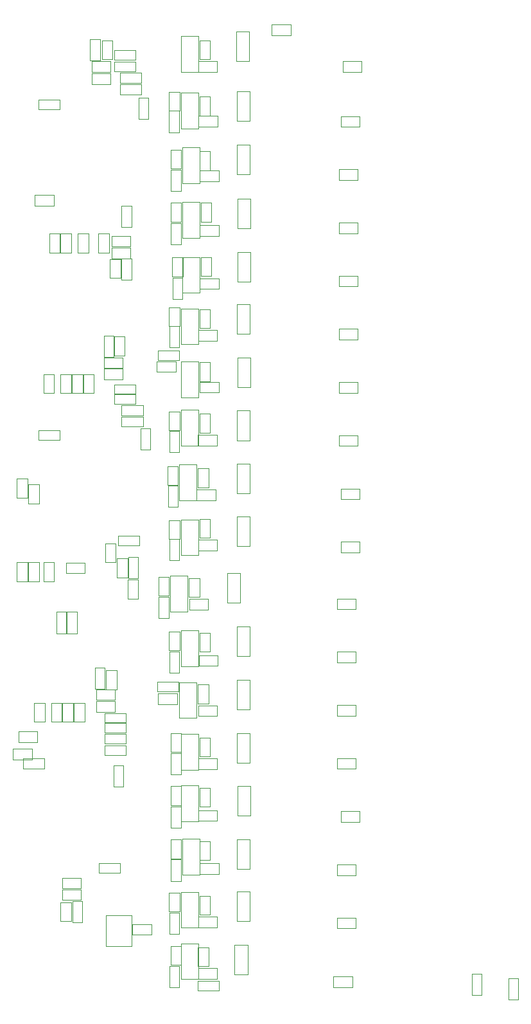
<source format=gbr>
G04 #@! TF.FileFunction,Other,User*
%FSLAX46Y46*%
G04 Gerber Fmt 4.6, Leading zero omitted, Abs format (unit mm)*
G04 Created by KiCad (PCBNEW 4.0.6) date 07/17/17 17:26:30*
%MOMM*%
%LPD*%
G01*
G04 APERTURE LIST*
%ADD10C,0.100000*%
%ADD11C,0.050000*%
G04 APERTURE END LIST*
D10*
D11*
X62250000Y-50050000D02*
X62250000Y-47550000D01*
X62250000Y-50050000D02*
X63650000Y-50050000D01*
X63650000Y-47550000D02*
X62250000Y-47550000D01*
X63650000Y-47550000D02*
X63650000Y-50050000D01*
X65000000Y-92200000D02*
X62500000Y-92200000D01*
X65000000Y-92200000D02*
X65000000Y-90800000D01*
X62500000Y-90800000D02*
X62500000Y-92200000D01*
X62500000Y-90800000D02*
X65000000Y-90800000D01*
X72700000Y-68950000D02*
X72700000Y-71450000D01*
X72700000Y-68950000D02*
X71300000Y-68950000D01*
X71300000Y-71450000D02*
X72700000Y-71450000D01*
X71300000Y-71450000D02*
X71300000Y-68950000D01*
X72700000Y-145750000D02*
X72700000Y-148250000D01*
X72700000Y-145750000D02*
X71300000Y-145750000D01*
X71300000Y-148250000D02*
X72700000Y-148250000D01*
X71300000Y-148250000D02*
X71300000Y-145750000D01*
X72500000Y-54350000D02*
X72500000Y-56850000D01*
X72500000Y-54350000D02*
X71100000Y-54350000D01*
X71100000Y-56850000D02*
X72500000Y-56850000D01*
X71100000Y-56850000D02*
X71100000Y-54350000D01*
X65400000Y-137400000D02*
X62600000Y-137400000D01*
X65400000Y-137400000D02*
X65400000Y-136100000D01*
X62600000Y-136100000D02*
X62600000Y-137400000D01*
X62600000Y-136100000D02*
X65400000Y-136100000D01*
X62600000Y-138850000D02*
X65400000Y-138850000D01*
X62600000Y-138850000D02*
X62600000Y-140150000D01*
X65400000Y-140150000D02*
X65400000Y-138850000D01*
X65400000Y-140150000D02*
X62600000Y-140150000D01*
X68400000Y-55100000D02*
X68400000Y-57900000D01*
X68400000Y-55100000D02*
X67100000Y-55100000D01*
X67100000Y-57900000D02*
X68400000Y-57900000D01*
X67100000Y-57900000D02*
X67100000Y-55100000D01*
X69550000Y-132000000D02*
X72350000Y-132000000D01*
X69550000Y-132000000D02*
X69550000Y-133300000D01*
X72350000Y-133300000D02*
X72350000Y-132000000D01*
X72350000Y-133300000D02*
X69550000Y-133300000D01*
X72450000Y-128000000D02*
X72450000Y-130800000D01*
X72450000Y-128000000D02*
X71150000Y-128000000D01*
X71150000Y-130800000D02*
X72450000Y-130800000D01*
X71150000Y-130800000D02*
X71150000Y-128000000D01*
X71050000Y-120800000D02*
X71050000Y-123600000D01*
X71050000Y-120800000D02*
X69750000Y-120800000D01*
X69750000Y-123600000D02*
X71050000Y-123600000D01*
X69750000Y-123600000D02*
X69750000Y-120800000D01*
X72450000Y-113200000D02*
X72450000Y-116000000D01*
X72450000Y-113200000D02*
X71150000Y-113200000D01*
X71150000Y-116000000D02*
X72450000Y-116000000D01*
X71150000Y-116000000D02*
X71150000Y-113200000D01*
X72250000Y-106200000D02*
X72250000Y-109000000D01*
X72250000Y-106200000D02*
X70950000Y-106200000D01*
X70950000Y-109000000D02*
X72250000Y-109000000D01*
X70950000Y-109000000D02*
X70950000Y-106200000D01*
X72450000Y-99000000D02*
X72450000Y-101800000D01*
X72450000Y-99000000D02*
X71150000Y-99000000D01*
X71150000Y-101800000D02*
X72450000Y-101800000D01*
X71150000Y-101800000D02*
X71150000Y-99000000D01*
X69600000Y-88350000D02*
X72400000Y-88350000D01*
X69600000Y-88350000D02*
X69600000Y-89650000D01*
X72400000Y-89650000D02*
X72400000Y-88350000D01*
X72400000Y-89650000D02*
X69600000Y-89650000D01*
X72450000Y-85200000D02*
X72450000Y-88000000D01*
X72450000Y-85200000D02*
X71150000Y-85200000D01*
X71150000Y-88000000D02*
X72450000Y-88000000D01*
X71150000Y-88000000D02*
X71150000Y-85200000D01*
X72850000Y-78800000D02*
X72850000Y-81600000D01*
X72850000Y-78800000D02*
X71550000Y-78800000D01*
X71550000Y-81600000D02*
X72850000Y-81600000D01*
X71550000Y-81600000D02*
X71550000Y-78800000D01*
X72650000Y-71600000D02*
X72650000Y-74400000D01*
X72650000Y-71600000D02*
X71350000Y-71600000D01*
X71350000Y-74400000D02*
X72650000Y-74400000D01*
X71350000Y-74400000D02*
X71350000Y-71600000D01*
X72650000Y-64600000D02*
X72650000Y-67400000D01*
X72650000Y-64600000D02*
X71350000Y-64600000D01*
X71350000Y-67400000D02*
X72650000Y-67400000D01*
X71350000Y-67400000D02*
X71350000Y-64600000D01*
X72400000Y-56850000D02*
X72400000Y-59650000D01*
X72400000Y-56850000D02*
X71100000Y-56850000D01*
X71100000Y-59650000D02*
X72400000Y-59650000D01*
X71100000Y-59650000D02*
X71100000Y-56850000D01*
X64650000Y-157150000D02*
X61850000Y-157150000D01*
X64650000Y-157150000D02*
X64650000Y-155850000D01*
X61850000Y-155850000D02*
X61850000Y-157150000D01*
X61850000Y-155850000D02*
X64650000Y-155850000D01*
X77650000Y-172650000D02*
X74850000Y-172650000D01*
X77650000Y-172650000D02*
X77650000Y-171350000D01*
X74850000Y-171350000D02*
X74850000Y-172650000D01*
X74850000Y-171350000D02*
X77650000Y-171350000D01*
X72450000Y-169400000D02*
X72450000Y-172200000D01*
X72450000Y-169400000D02*
X71150000Y-169400000D01*
X71150000Y-172200000D02*
X72450000Y-172200000D01*
X71150000Y-172200000D02*
X71150000Y-169400000D01*
X72450000Y-162400000D02*
X72450000Y-165200000D01*
X72450000Y-162400000D02*
X71150000Y-162400000D01*
X71150000Y-165200000D02*
X72450000Y-165200000D01*
X71150000Y-165200000D02*
X71150000Y-162400000D01*
X72650000Y-155400000D02*
X72650000Y-158200000D01*
X72650000Y-155400000D02*
X71350000Y-155400000D01*
X71350000Y-158200000D02*
X72650000Y-158200000D01*
X71350000Y-158200000D02*
X71350000Y-155400000D01*
X72650000Y-148400000D02*
X72650000Y-151200000D01*
X72650000Y-148400000D02*
X71350000Y-148400000D01*
X71350000Y-151200000D02*
X72650000Y-151200000D01*
X71350000Y-151200000D02*
X71350000Y-148400000D01*
X72650000Y-141400000D02*
X72650000Y-144200000D01*
X72650000Y-141400000D02*
X71350000Y-141400000D01*
X71350000Y-144200000D02*
X72650000Y-144200000D01*
X71350000Y-144200000D02*
X71350000Y-141400000D01*
X53300000Y-137250000D02*
X53300000Y-134750000D01*
X53300000Y-137250000D02*
X54700000Y-137250000D01*
X54700000Y-134750000D02*
X53300000Y-134750000D01*
X54700000Y-134750000D02*
X54700000Y-137250000D01*
X56950000Y-134750000D02*
X56950000Y-137250000D01*
X56950000Y-134750000D02*
X55550000Y-134750000D01*
X55550000Y-137250000D02*
X56950000Y-137250000D01*
X55550000Y-137250000D02*
X55550000Y-134750000D01*
X57050000Y-137250000D02*
X57050000Y-134750000D01*
X57050000Y-137250000D02*
X58450000Y-137250000D01*
X58450000Y-134750000D02*
X57050000Y-134750000D01*
X58450000Y-134750000D02*
X58450000Y-137250000D01*
X58550000Y-137250000D02*
X58550000Y-134750000D01*
X58550000Y-137250000D02*
X59950000Y-137250000D01*
X59950000Y-134750000D02*
X58550000Y-134750000D01*
X59950000Y-134750000D02*
X59950000Y-137250000D01*
X55950000Y-91500000D02*
X55950000Y-94000000D01*
X55950000Y-91500000D02*
X54550000Y-91500000D01*
X54550000Y-94000000D02*
X55950000Y-94000000D01*
X54550000Y-94000000D02*
X54550000Y-91500000D01*
X58200000Y-91500000D02*
X58200000Y-94000000D01*
X58200000Y-91500000D02*
X56800000Y-91500000D01*
X56800000Y-94000000D02*
X58200000Y-94000000D01*
X56800000Y-94000000D02*
X56800000Y-91500000D01*
X59700000Y-91500000D02*
X59700000Y-94000000D01*
X59700000Y-91500000D02*
X58300000Y-91500000D01*
X58300000Y-94000000D02*
X59700000Y-94000000D01*
X58300000Y-94000000D02*
X58300000Y-91500000D01*
X61200000Y-91500000D02*
X61200000Y-94000000D01*
X61200000Y-91500000D02*
X59800000Y-91500000D01*
X59800000Y-94000000D02*
X61200000Y-94000000D01*
X59800000Y-94000000D02*
X59800000Y-91500000D01*
X51050000Y-118750000D02*
X51050000Y-116250000D01*
X51050000Y-118750000D02*
X52450000Y-118750000D01*
X52450000Y-116250000D02*
X51050000Y-116250000D01*
X52450000Y-116250000D02*
X52450000Y-118750000D01*
X52550000Y-118750000D02*
X52550000Y-116250000D01*
X52550000Y-118750000D02*
X53950000Y-118750000D01*
X53950000Y-116250000D02*
X52550000Y-116250000D01*
X53950000Y-116250000D02*
X53950000Y-118750000D01*
X54550000Y-118750000D02*
X54550000Y-116250000D01*
X54550000Y-118750000D02*
X55950000Y-118750000D01*
X55950000Y-116250000D02*
X54550000Y-116250000D01*
X55950000Y-116250000D02*
X55950000Y-118750000D01*
X57500000Y-116300000D02*
X60000000Y-116300000D01*
X57500000Y-116300000D02*
X57500000Y-117700000D01*
X60000000Y-117700000D02*
X60000000Y-116300000D01*
X60000000Y-117700000D02*
X57500000Y-117700000D01*
X55300000Y-75500000D02*
X55300000Y-73000000D01*
X55300000Y-75500000D02*
X56700000Y-75500000D01*
X56700000Y-73000000D02*
X55300000Y-73000000D01*
X56700000Y-73000000D02*
X56700000Y-75500000D01*
X56800000Y-75500000D02*
X56800000Y-73000000D01*
X56800000Y-75500000D02*
X58200000Y-75500000D01*
X58200000Y-73000000D02*
X56800000Y-73000000D01*
X58200000Y-73000000D02*
X58200000Y-75500000D01*
X59050000Y-75500000D02*
X59050000Y-73000000D01*
X59050000Y-75500000D02*
X60450000Y-75500000D01*
X60450000Y-73000000D02*
X59050000Y-73000000D01*
X60450000Y-73000000D02*
X60450000Y-75500000D01*
X61800000Y-75500000D02*
X61800000Y-73000000D01*
X61800000Y-75500000D02*
X63200000Y-75500000D01*
X63200000Y-73000000D02*
X61800000Y-73000000D01*
X63200000Y-73000000D02*
X63200000Y-75500000D01*
X75100000Y-128050000D02*
X75100000Y-125550000D01*
X75100000Y-128050000D02*
X76500000Y-128050000D01*
X76500000Y-125550000D02*
X75100000Y-125550000D01*
X76500000Y-125550000D02*
X76500000Y-128050000D01*
X73700000Y-120850000D02*
X73700000Y-118350000D01*
X73700000Y-120850000D02*
X75100000Y-120850000D01*
X75100000Y-118350000D02*
X73700000Y-118350000D01*
X75100000Y-118350000D02*
X75100000Y-120850000D01*
X75100000Y-113050000D02*
X75100000Y-110550000D01*
X75100000Y-113050000D02*
X76500000Y-113050000D01*
X76500000Y-110550000D02*
X75100000Y-110550000D01*
X76500000Y-110550000D02*
X76500000Y-113050000D01*
X77450000Y-171100000D02*
X74950000Y-171100000D01*
X77450000Y-171100000D02*
X77450000Y-169700000D01*
X74950000Y-169700000D02*
X74950000Y-171100000D01*
X74950000Y-169700000D02*
X77450000Y-169700000D01*
X77450000Y-164300000D02*
X74950000Y-164300000D01*
X77450000Y-164300000D02*
X77450000Y-162900000D01*
X74950000Y-162900000D02*
X74950000Y-164300000D01*
X74950000Y-162900000D02*
X77450000Y-162900000D01*
X77650000Y-157300000D02*
X75150000Y-157300000D01*
X77650000Y-157300000D02*
X77650000Y-155900000D01*
X75150000Y-155900000D02*
X75150000Y-157300000D01*
X75150000Y-155900000D02*
X77650000Y-155900000D01*
X77450000Y-150300000D02*
X74950000Y-150300000D01*
X77450000Y-150300000D02*
X77450000Y-148900000D01*
X74950000Y-148900000D02*
X74950000Y-150300000D01*
X74950000Y-148900000D02*
X77450000Y-148900000D01*
X77450000Y-143500000D02*
X74950000Y-143500000D01*
X77450000Y-143500000D02*
X77450000Y-142100000D01*
X74950000Y-142100000D02*
X74950000Y-143500000D01*
X74950000Y-142100000D02*
X77450000Y-142100000D01*
X77450000Y-136500000D02*
X74950000Y-136500000D01*
X77450000Y-136500000D02*
X77450000Y-135100000D01*
X74950000Y-135100000D02*
X74950000Y-136500000D01*
X74950000Y-135100000D02*
X77450000Y-135100000D01*
X95250000Y-172200000D02*
X92750000Y-172200000D01*
X95250000Y-172200000D02*
X95250000Y-170800000D01*
X92750000Y-170800000D02*
X92750000Y-172200000D01*
X92750000Y-170800000D02*
X95250000Y-170800000D01*
X72700000Y-166750000D02*
X72700000Y-169250000D01*
X72700000Y-166750000D02*
X71300000Y-166750000D01*
X71300000Y-169250000D02*
X72700000Y-169250000D01*
X71300000Y-169250000D02*
X71300000Y-166750000D01*
X72500000Y-159750000D02*
X72500000Y-162250000D01*
X72500000Y-159750000D02*
X71100000Y-159750000D01*
X71100000Y-162250000D02*
X72500000Y-162250000D01*
X71100000Y-162250000D02*
X71100000Y-159750000D01*
X72700000Y-152750000D02*
X72700000Y-155250000D01*
X72700000Y-152750000D02*
X71300000Y-152750000D01*
X71300000Y-155250000D02*
X72700000Y-155250000D01*
X71300000Y-155250000D02*
X71300000Y-152750000D01*
X72700000Y-138750000D02*
X72700000Y-141250000D01*
X72700000Y-138750000D02*
X71300000Y-138750000D01*
X71300000Y-141250000D02*
X72700000Y-141250000D01*
X71300000Y-141250000D02*
X71300000Y-138750000D01*
X74900000Y-106400000D02*
X74900000Y-103900000D01*
X74900000Y-106400000D02*
X76300000Y-106400000D01*
X76300000Y-103900000D02*
X74900000Y-103900000D01*
X76300000Y-103900000D02*
X76300000Y-106400000D01*
X95750000Y-164450000D02*
X93250000Y-164450000D01*
X95750000Y-164450000D02*
X95750000Y-163050000D01*
X93250000Y-163050000D02*
X93250000Y-164450000D01*
X93250000Y-163050000D02*
X95750000Y-163050000D01*
X95750000Y-157450000D02*
X93250000Y-157450000D01*
X95750000Y-157450000D02*
X95750000Y-156050000D01*
X93250000Y-156050000D02*
X93250000Y-157450000D01*
X93250000Y-156050000D02*
X95750000Y-156050000D01*
X96250000Y-150450000D02*
X93750000Y-150450000D01*
X96250000Y-150450000D02*
X96250000Y-149050000D01*
X93750000Y-149050000D02*
X93750000Y-150450000D01*
X93750000Y-149050000D02*
X96250000Y-149050000D01*
X95750000Y-143450000D02*
X93250000Y-143450000D01*
X95750000Y-143450000D02*
X95750000Y-142050000D01*
X93250000Y-142050000D02*
X93250000Y-143450000D01*
X93250000Y-142050000D02*
X95750000Y-142050000D01*
X95750000Y-136450000D02*
X93250000Y-136450000D01*
X95750000Y-136450000D02*
X95750000Y-135050000D01*
X93250000Y-135050000D02*
X93250000Y-136450000D01*
X93250000Y-135050000D02*
X95750000Y-135050000D01*
X95750000Y-129450000D02*
X93250000Y-129450000D01*
X95750000Y-129450000D02*
X95750000Y-128050000D01*
X93250000Y-128050000D02*
X93250000Y-129450000D01*
X93250000Y-128050000D02*
X95750000Y-128050000D01*
X77550000Y-129900000D02*
X75050000Y-129900000D01*
X77550000Y-129900000D02*
X77550000Y-128500000D01*
X75050000Y-128500000D02*
X75050000Y-129900000D01*
X75050000Y-128500000D02*
X77550000Y-128500000D01*
X76250000Y-122500000D02*
X73750000Y-122500000D01*
X76250000Y-122500000D02*
X76250000Y-121100000D01*
X73750000Y-121100000D02*
X73750000Y-122500000D01*
X73750000Y-121100000D02*
X76250000Y-121100000D01*
X77450000Y-114700000D02*
X74950000Y-114700000D01*
X77450000Y-114700000D02*
X77450000Y-113300000D01*
X74950000Y-113300000D02*
X74950000Y-114700000D01*
X74950000Y-113300000D02*
X77450000Y-113300000D01*
X77250000Y-108100000D02*
X74750000Y-108100000D01*
X77250000Y-108100000D02*
X77250000Y-106700000D01*
X74750000Y-106700000D02*
X74750000Y-108100000D01*
X74750000Y-106700000D02*
X77250000Y-106700000D01*
X77400000Y-100900000D02*
X74900000Y-100900000D01*
X77400000Y-100900000D02*
X77400000Y-99500000D01*
X74900000Y-99500000D02*
X74900000Y-100900000D01*
X74900000Y-99500000D02*
X77400000Y-99500000D01*
X77650000Y-93900000D02*
X75150000Y-93900000D01*
X77650000Y-93900000D02*
X77650000Y-92500000D01*
X75150000Y-92500000D02*
X75150000Y-93900000D01*
X75150000Y-92500000D02*
X77650000Y-92500000D01*
X72150000Y-134950000D02*
X69650000Y-134950000D01*
X72150000Y-134950000D02*
X72150000Y-133550000D01*
X69650000Y-133550000D02*
X69650000Y-134950000D01*
X69650000Y-133550000D02*
X72150000Y-133550000D01*
X72500000Y-125350000D02*
X72500000Y-127850000D01*
X72500000Y-125350000D02*
X71100000Y-125350000D01*
X71100000Y-127850000D02*
X72500000Y-127850000D01*
X71100000Y-127850000D02*
X71100000Y-125350000D01*
X71100000Y-118150000D02*
X71100000Y-120650000D01*
X71100000Y-118150000D02*
X69700000Y-118150000D01*
X69700000Y-120650000D02*
X71100000Y-120650000D01*
X69700000Y-120650000D02*
X69700000Y-118150000D01*
X72500000Y-110700000D02*
X72500000Y-113200000D01*
X72500000Y-110700000D02*
X71100000Y-110700000D01*
X71100000Y-113200000D02*
X72500000Y-113200000D01*
X71100000Y-113200000D02*
X71100000Y-110700000D01*
X72300000Y-103600000D02*
X72300000Y-106100000D01*
X72300000Y-103600000D02*
X70900000Y-103600000D01*
X70900000Y-106100000D02*
X72300000Y-106100000D01*
X70900000Y-106100000D02*
X70900000Y-103600000D01*
X72500000Y-96400000D02*
X72500000Y-98900000D01*
X72500000Y-96400000D02*
X71100000Y-96400000D01*
X71100000Y-98900000D02*
X72500000Y-98900000D01*
X71100000Y-98900000D02*
X71100000Y-96400000D01*
X75100000Y-99200000D02*
X75100000Y-96700000D01*
X75100000Y-99200000D02*
X76500000Y-99200000D01*
X76500000Y-96700000D02*
X75100000Y-96700000D01*
X76500000Y-96700000D02*
X76500000Y-99200000D01*
X95750000Y-122450000D02*
X93250000Y-122450000D01*
X95750000Y-122450000D02*
X95750000Y-121050000D01*
X93250000Y-121050000D02*
X93250000Y-122450000D01*
X93250000Y-121050000D02*
X95750000Y-121050000D01*
X96250000Y-114950000D02*
X93750000Y-114950000D01*
X96250000Y-114950000D02*
X96250000Y-113550000D01*
X93750000Y-113550000D02*
X93750000Y-114950000D01*
X93750000Y-113550000D02*
X96250000Y-113550000D01*
X96250000Y-107950000D02*
X93750000Y-107950000D01*
X96250000Y-107950000D02*
X96250000Y-106550000D01*
X93750000Y-106550000D02*
X93750000Y-107950000D01*
X93750000Y-106550000D02*
X96250000Y-106550000D01*
X96000000Y-100950000D02*
X93500000Y-100950000D01*
X96000000Y-100950000D02*
X96000000Y-99550000D01*
X93500000Y-99550000D02*
X93500000Y-100950000D01*
X93500000Y-99550000D02*
X96000000Y-99550000D01*
X96000000Y-93950000D02*
X93500000Y-93950000D01*
X96000000Y-93950000D02*
X96000000Y-92550000D01*
X93500000Y-92550000D02*
X93500000Y-93950000D01*
X93500000Y-92550000D02*
X96000000Y-92550000D01*
X96000000Y-86950000D02*
X93500000Y-86950000D01*
X96000000Y-86950000D02*
X96000000Y-85550000D01*
X93500000Y-85550000D02*
X93500000Y-86950000D01*
X93500000Y-85550000D02*
X96000000Y-85550000D01*
X77450000Y-87100000D02*
X74950000Y-87100000D01*
X77450000Y-87100000D02*
X77450000Y-85700000D01*
X74950000Y-85700000D02*
X74950000Y-87100000D01*
X74950000Y-85700000D02*
X77450000Y-85700000D01*
X77650000Y-80300000D02*
X75150000Y-80300000D01*
X77650000Y-80300000D02*
X77650000Y-78900000D01*
X75150000Y-78900000D02*
X75150000Y-80300000D01*
X75150000Y-78900000D02*
X77650000Y-78900000D01*
X77650000Y-73300000D02*
X75150000Y-73300000D01*
X77650000Y-73300000D02*
X77650000Y-71900000D01*
X75150000Y-71900000D02*
X75150000Y-73300000D01*
X75150000Y-71900000D02*
X77650000Y-71900000D01*
X77650000Y-66100000D02*
X75150000Y-66100000D01*
X77650000Y-66100000D02*
X77650000Y-64700000D01*
X75150000Y-64700000D02*
X75150000Y-66100000D01*
X75150000Y-64700000D02*
X77650000Y-64700000D01*
X77500000Y-58900000D02*
X75000000Y-58900000D01*
X77500000Y-58900000D02*
X77500000Y-57500000D01*
X75000000Y-57500000D02*
X75000000Y-58900000D01*
X75000000Y-57500000D02*
X77500000Y-57500000D01*
X77450000Y-51700000D02*
X74950000Y-51700000D01*
X77450000Y-51700000D02*
X77450000Y-50300000D01*
X74950000Y-50300000D02*
X74950000Y-51700000D01*
X74950000Y-50300000D02*
X77450000Y-50300000D01*
X72000000Y-91200000D02*
X69500000Y-91200000D01*
X72000000Y-91200000D02*
X72000000Y-89800000D01*
X69500000Y-89800000D02*
X69500000Y-91200000D01*
X69500000Y-89800000D02*
X72000000Y-89800000D01*
X72500000Y-82700000D02*
X72500000Y-85200000D01*
X72500000Y-82700000D02*
X71100000Y-82700000D01*
X71100000Y-85200000D02*
X72500000Y-85200000D01*
X71100000Y-85200000D02*
X71100000Y-82700000D01*
X72900000Y-76150000D02*
X72900000Y-78650000D01*
X72900000Y-76150000D02*
X71500000Y-76150000D01*
X71500000Y-78650000D02*
X72900000Y-78650000D01*
X71500000Y-78650000D02*
X71500000Y-76150000D01*
X72700000Y-61950000D02*
X72700000Y-64450000D01*
X72700000Y-61950000D02*
X71300000Y-61950000D01*
X71300000Y-64450000D02*
X72700000Y-64450000D01*
X71300000Y-64450000D02*
X71300000Y-61950000D01*
X75100000Y-92450000D02*
X75100000Y-89950000D01*
X75100000Y-92450000D02*
X76500000Y-92450000D01*
X76500000Y-89950000D02*
X75100000Y-89950000D01*
X76500000Y-89950000D02*
X76500000Y-92450000D01*
X96000000Y-79950000D02*
X93500000Y-79950000D01*
X96000000Y-79950000D02*
X96000000Y-78550000D01*
X93500000Y-78550000D02*
X93500000Y-79950000D01*
X93500000Y-78550000D02*
X96000000Y-78550000D01*
X96000000Y-72950000D02*
X93500000Y-72950000D01*
X96000000Y-72950000D02*
X96000000Y-71550000D01*
X93500000Y-71550000D02*
X93500000Y-72950000D01*
X93500000Y-71550000D02*
X96000000Y-71550000D01*
X96000000Y-65950000D02*
X93500000Y-65950000D01*
X96000000Y-65950000D02*
X96000000Y-64550000D01*
X93500000Y-64550000D02*
X93500000Y-65950000D01*
X93500000Y-64550000D02*
X96000000Y-64550000D01*
X96250000Y-58950000D02*
X93750000Y-58950000D01*
X96250000Y-58950000D02*
X96250000Y-57550000D01*
X93750000Y-57550000D02*
X93750000Y-58950000D01*
X93750000Y-57550000D02*
X96250000Y-57550000D01*
X96500000Y-51700000D02*
X94000000Y-51700000D01*
X96500000Y-51700000D02*
X96500000Y-50300000D01*
X94000000Y-50300000D02*
X94000000Y-51700000D01*
X94000000Y-50300000D02*
X96500000Y-50300000D01*
X87150000Y-46900000D02*
X84650000Y-46900000D01*
X87150000Y-46900000D02*
X87150000Y-45500000D01*
X84650000Y-45500000D02*
X84650000Y-46900000D01*
X84650000Y-45500000D02*
X87150000Y-45500000D01*
X74900000Y-169450000D02*
X74900000Y-166950000D01*
X74900000Y-169450000D02*
X76300000Y-169450000D01*
X76300000Y-166950000D02*
X74900000Y-166950000D01*
X76300000Y-166950000D02*
X76300000Y-169450000D01*
X66650000Y-95400000D02*
X63850000Y-95400000D01*
X66650000Y-95400000D02*
X66650000Y-94100000D01*
X63850000Y-94100000D02*
X63850000Y-95400000D01*
X63850000Y-94100000D02*
X66650000Y-94100000D01*
X66650000Y-94150000D02*
X63850000Y-94150000D01*
X66650000Y-94150000D02*
X66650000Y-92850000D01*
X63850000Y-92850000D02*
X63850000Y-94150000D01*
X63850000Y-92850000D02*
X66650000Y-92850000D01*
X75100000Y-162650000D02*
X75100000Y-160150000D01*
X75100000Y-162650000D02*
X76500000Y-162650000D01*
X76500000Y-160150000D02*
X75100000Y-160150000D01*
X76500000Y-160150000D02*
X76500000Y-162650000D01*
X75100000Y-155450000D02*
X75100000Y-152950000D01*
X75100000Y-155450000D02*
X76500000Y-155450000D01*
X76500000Y-152950000D02*
X75100000Y-152950000D01*
X76500000Y-152950000D02*
X76500000Y-155450000D01*
X75100000Y-148450000D02*
X75100000Y-145950000D01*
X75100000Y-148450000D02*
X76500000Y-148450000D01*
X76500000Y-145950000D02*
X75100000Y-145950000D01*
X76500000Y-145950000D02*
X76500000Y-148450000D01*
X75100000Y-141850000D02*
X75100000Y-139350000D01*
X75100000Y-141850000D02*
X76500000Y-141850000D01*
X76500000Y-139350000D02*
X75100000Y-139350000D01*
X76500000Y-139350000D02*
X76500000Y-141850000D01*
X74900000Y-134850000D02*
X74900000Y-132350000D01*
X74900000Y-134850000D02*
X76300000Y-134850000D01*
X76300000Y-132350000D02*
X74900000Y-132350000D01*
X76300000Y-132350000D02*
X76300000Y-134850000D01*
X75100000Y-85450000D02*
X75100000Y-82950000D01*
X75100000Y-85450000D02*
X76500000Y-85450000D01*
X76500000Y-82950000D02*
X75100000Y-82950000D01*
X76500000Y-82950000D02*
X76500000Y-85450000D01*
X75300000Y-78600000D02*
X75300000Y-76100000D01*
X75300000Y-78600000D02*
X76700000Y-78600000D01*
X76700000Y-76100000D02*
X75300000Y-76100000D01*
X76700000Y-76100000D02*
X76700000Y-78600000D01*
X75300000Y-71450000D02*
X75300000Y-68950000D01*
X75300000Y-71450000D02*
X76700000Y-71450000D01*
X76700000Y-68950000D02*
X75300000Y-68950000D01*
X76700000Y-68950000D02*
X76700000Y-71450000D01*
X75100000Y-64650000D02*
X75100000Y-62150000D01*
X75100000Y-64650000D02*
X76500000Y-64650000D01*
X76500000Y-62150000D02*
X75100000Y-62150000D01*
X76500000Y-62150000D02*
X76500000Y-64650000D01*
X75100000Y-57450000D02*
X75100000Y-54950000D01*
X75100000Y-57450000D02*
X76500000Y-57450000D01*
X76500000Y-54950000D02*
X75100000Y-54950000D01*
X76500000Y-54950000D02*
X76500000Y-57450000D01*
X75100000Y-50050000D02*
X75100000Y-47550000D01*
X75100000Y-50050000D02*
X76500000Y-50050000D01*
X76500000Y-47550000D02*
X75100000Y-47550000D01*
X76500000Y-47550000D02*
X76500000Y-50050000D01*
X62600000Y-140350000D02*
X65400000Y-140350000D01*
X62600000Y-140350000D02*
X62600000Y-141650000D01*
X65400000Y-141650000D02*
X65400000Y-140350000D01*
X65400000Y-141650000D02*
X62600000Y-141650000D01*
X65400000Y-138650000D02*
X62600000Y-138650000D01*
X65400000Y-138650000D02*
X65400000Y-137350000D01*
X62600000Y-137350000D02*
X62600000Y-138650000D01*
X62600000Y-137350000D02*
X65400000Y-137350000D01*
X64850000Y-97100000D02*
X67650000Y-97100000D01*
X64850000Y-97100000D02*
X64850000Y-98400000D01*
X67650000Y-98400000D02*
X67650000Y-97100000D01*
X67650000Y-98400000D02*
X64850000Y-98400000D01*
X64850000Y-95600000D02*
X67650000Y-95600000D01*
X64850000Y-95600000D02*
X64850000Y-96900000D01*
X67650000Y-96900000D02*
X67650000Y-95600000D01*
X67650000Y-96900000D02*
X64850000Y-96900000D01*
X67400000Y-54650000D02*
X64600000Y-54650000D01*
X67400000Y-54650000D02*
X67400000Y-53350000D01*
X64600000Y-53350000D02*
X64600000Y-54650000D01*
X64600000Y-53350000D02*
X67400000Y-53350000D01*
X63850000Y-50350000D02*
X66650000Y-50350000D01*
X63850000Y-50350000D02*
X63850000Y-51650000D01*
X66650000Y-51650000D02*
X66650000Y-50350000D01*
X66650000Y-51650000D02*
X63850000Y-51650000D01*
X67400000Y-53150000D02*
X64600000Y-53150000D01*
X67400000Y-53150000D02*
X67400000Y-51850000D01*
X64600000Y-51850000D02*
X64600000Y-53150000D01*
X64600000Y-51850000D02*
X67400000Y-51850000D01*
X63850000Y-48850000D02*
X66650000Y-48850000D01*
X63850000Y-48850000D02*
X63850000Y-50150000D01*
X66650000Y-50150000D02*
X66650000Y-48850000D01*
X66650000Y-50150000D02*
X63850000Y-50150000D01*
X53850000Y-55350000D02*
X56650000Y-55350000D01*
X53850000Y-55350000D02*
X53850000Y-56650000D01*
X56650000Y-56650000D02*
X56650000Y-55350000D01*
X56650000Y-56650000D02*
X53850000Y-56650000D01*
X66150000Y-69350000D02*
X66150000Y-72150000D01*
X66150000Y-69350000D02*
X64850000Y-69350000D01*
X64850000Y-72150000D02*
X66150000Y-72150000D01*
X64850000Y-72150000D02*
X64850000Y-69350000D01*
X50500000Y-140800000D02*
X53000000Y-140800000D01*
X50500000Y-140800000D02*
X50500000Y-142200000D01*
X53000000Y-142200000D02*
X53000000Y-140800000D01*
X53000000Y-142200000D02*
X50500000Y-142200000D01*
X52550000Y-108500000D02*
X52550000Y-106000000D01*
X52550000Y-108500000D02*
X53950000Y-108500000D01*
X53950000Y-106000000D02*
X52550000Y-106000000D01*
X53950000Y-106000000D02*
X53950000Y-108500000D01*
X53400000Y-67900000D02*
X55900000Y-67900000D01*
X53400000Y-67900000D02*
X53400000Y-69300000D01*
X55900000Y-69300000D02*
X55900000Y-67900000D01*
X55900000Y-69300000D02*
X53400000Y-69300000D01*
X63800000Y-145800000D02*
X63800000Y-143000000D01*
X63800000Y-145800000D02*
X65100000Y-145800000D01*
X65100000Y-143000000D02*
X63800000Y-143000000D01*
X65100000Y-143000000D02*
X65100000Y-145800000D01*
X67350000Y-101400000D02*
X67350000Y-98600000D01*
X67350000Y-101400000D02*
X68650000Y-101400000D01*
X68650000Y-98600000D02*
X67350000Y-98600000D01*
X68650000Y-98600000D02*
X68650000Y-101400000D01*
X67150000Y-114050000D02*
X64350000Y-114050000D01*
X67150000Y-114050000D02*
X67150000Y-112750000D01*
X64350000Y-112750000D02*
X64350000Y-114050000D01*
X64350000Y-112750000D02*
X67150000Y-112750000D01*
X54650000Y-143400000D02*
X51850000Y-143400000D01*
X54650000Y-143400000D02*
X54650000Y-142100000D01*
X51850000Y-142100000D02*
X51850000Y-143400000D01*
X51850000Y-142100000D02*
X54650000Y-142100000D01*
X56650000Y-100150000D02*
X53850000Y-100150000D01*
X56650000Y-100150000D02*
X56650000Y-98850000D01*
X53850000Y-98850000D02*
X53850000Y-100150000D01*
X53850000Y-98850000D02*
X56650000Y-98850000D01*
X51250000Y-138550000D02*
X53750000Y-138550000D01*
X51250000Y-138550000D02*
X51250000Y-139950000D01*
X53750000Y-139950000D02*
X53750000Y-138550000D01*
X53750000Y-139950000D02*
X51250000Y-139950000D01*
X51050000Y-107750000D02*
X51050000Y-105250000D01*
X51050000Y-107750000D02*
X52450000Y-107750000D01*
X52450000Y-105250000D02*
X51050000Y-105250000D01*
X52450000Y-105250000D02*
X52450000Y-107750000D01*
X61300000Y-132900000D02*
X61300000Y-130100000D01*
X61300000Y-132900000D02*
X62600000Y-132900000D01*
X62600000Y-130100000D02*
X61300000Y-130100000D01*
X62600000Y-130100000D02*
X62600000Y-132900000D01*
X58350000Y-163650000D02*
X58350000Y-160850000D01*
X58350000Y-163650000D02*
X59650000Y-163650000D01*
X59650000Y-160850000D02*
X58350000Y-160850000D01*
X59650000Y-160850000D02*
X59650000Y-163650000D01*
X62500000Y-89200000D02*
X62500000Y-86400000D01*
X62500000Y-89200000D02*
X63800000Y-89200000D01*
X63800000Y-86400000D02*
X62500000Y-86400000D01*
X63800000Y-86400000D02*
X63800000Y-89200000D01*
X65700000Y-118400000D02*
X65700000Y-115600000D01*
X65700000Y-118400000D02*
X67000000Y-118400000D01*
X67000000Y-115600000D02*
X65700000Y-115600000D01*
X67000000Y-115600000D02*
X67000000Y-118400000D01*
X62000000Y-47400000D02*
X62000000Y-50200000D01*
X62000000Y-47400000D02*
X60700000Y-47400000D01*
X60700000Y-50200000D02*
X62000000Y-50200000D01*
X60700000Y-50200000D02*
X60700000Y-47400000D01*
X66150000Y-76300000D02*
X66150000Y-79100000D01*
X66150000Y-76300000D02*
X64850000Y-76300000D01*
X64850000Y-79100000D02*
X66150000Y-79100000D01*
X64850000Y-79100000D02*
X64850000Y-76300000D01*
X61500000Y-133000000D02*
X64000000Y-133000000D01*
X61500000Y-133000000D02*
X61500000Y-134400000D01*
X64000000Y-134400000D02*
X64000000Y-133000000D01*
X64000000Y-134400000D02*
X61500000Y-134400000D01*
X64000000Y-135950000D02*
X61500000Y-135950000D01*
X64000000Y-135950000D02*
X64000000Y-134550000D01*
X61500000Y-134550000D02*
X61500000Y-135950000D01*
X61500000Y-134550000D02*
X64000000Y-134550000D01*
X59500000Y-160700000D02*
X57000000Y-160700000D01*
X59500000Y-160700000D02*
X59500000Y-159300000D01*
X57000000Y-159300000D02*
X57000000Y-160700000D01*
X57000000Y-159300000D02*
X59500000Y-159300000D01*
X57000000Y-157800000D02*
X59500000Y-157800000D01*
X57000000Y-157800000D02*
X57000000Y-159200000D01*
X59500000Y-159200000D02*
X59500000Y-157800000D01*
X59500000Y-159200000D02*
X57000000Y-159200000D01*
X62500000Y-89300000D02*
X65000000Y-89300000D01*
X62500000Y-89300000D02*
X62500000Y-90700000D01*
X65000000Y-90700000D02*
X65000000Y-89300000D01*
X65000000Y-90700000D02*
X62500000Y-90700000D01*
X65650000Y-115750000D02*
X65650000Y-118250000D01*
X65650000Y-115750000D02*
X64250000Y-115750000D01*
X64250000Y-118250000D02*
X65650000Y-118250000D01*
X64250000Y-118250000D02*
X64250000Y-115750000D01*
X62650000Y-116250000D02*
X62650000Y-113750000D01*
X62650000Y-116250000D02*
X64050000Y-116250000D01*
X64050000Y-113750000D02*
X62650000Y-113750000D01*
X64050000Y-113750000D02*
X64050000Y-116250000D01*
X60900000Y-50300000D02*
X63400000Y-50300000D01*
X60900000Y-50300000D02*
X60900000Y-51700000D01*
X63400000Y-51700000D02*
X63400000Y-50300000D01*
X63400000Y-51700000D02*
X60900000Y-51700000D01*
X63400000Y-53300000D02*
X60900000Y-53300000D01*
X63400000Y-53300000D02*
X63400000Y-51900000D01*
X60900000Y-51900000D02*
X60900000Y-53300000D01*
X60900000Y-51900000D02*
X63400000Y-51900000D01*
X66000000Y-76250000D02*
X63500000Y-76250000D01*
X66000000Y-76250000D02*
X66000000Y-74850000D01*
X63500000Y-74850000D02*
X63500000Y-76250000D01*
X63500000Y-74850000D02*
X66000000Y-74850000D01*
X63500000Y-73300000D02*
X66000000Y-73300000D01*
X63500000Y-73300000D02*
X63500000Y-74700000D01*
X66000000Y-74700000D02*
X66000000Y-73300000D01*
X66000000Y-74700000D02*
X63500000Y-74700000D01*
X62800000Y-133000000D02*
X62800000Y-130500000D01*
X62800000Y-133000000D02*
X64200000Y-133000000D01*
X64200000Y-130500000D02*
X62800000Y-130500000D01*
X64200000Y-130500000D02*
X64200000Y-133000000D01*
X56800000Y-163500000D02*
X56800000Y-161000000D01*
X56800000Y-163500000D02*
X58200000Y-163500000D01*
X58200000Y-161000000D02*
X56800000Y-161000000D01*
X58200000Y-161000000D02*
X58200000Y-163500000D01*
X63850000Y-89050000D02*
X63850000Y-86550000D01*
X63850000Y-89050000D02*
X65250000Y-89050000D01*
X65250000Y-86550000D02*
X63850000Y-86550000D01*
X65250000Y-86550000D02*
X65250000Y-89050000D01*
X67050000Y-118550000D02*
X67050000Y-121050000D01*
X67050000Y-118550000D02*
X65650000Y-118550000D01*
X65650000Y-121050000D02*
X67050000Y-121050000D01*
X65650000Y-121050000D02*
X65650000Y-118550000D01*
X63300000Y-78850000D02*
X63300000Y-76350000D01*
X63300000Y-78850000D02*
X64700000Y-78850000D01*
X64700000Y-76350000D02*
X63300000Y-76350000D01*
X64700000Y-76350000D02*
X64700000Y-78850000D01*
X111000000Y-173200000D02*
X111000000Y-170400000D01*
X111000000Y-173200000D02*
X112300000Y-173200000D01*
X112300000Y-170400000D02*
X111000000Y-170400000D01*
X112300000Y-170400000D02*
X112300000Y-173200000D01*
X115850000Y-173800000D02*
X115850000Y-171000000D01*
X115850000Y-173800000D02*
X117150000Y-173800000D01*
X117150000Y-171000000D02*
X115850000Y-171000000D01*
X117150000Y-171000000D02*
X117150000Y-173800000D01*
X66250000Y-163900000D02*
X68750000Y-163900000D01*
X66250000Y-163900000D02*
X66250000Y-165300000D01*
X68750000Y-165300000D02*
X68750000Y-163900000D01*
X68750000Y-165300000D02*
X66250000Y-165300000D01*
X58950000Y-122800000D02*
X58950000Y-125600000D01*
X58950000Y-122800000D02*
X57650000Y-122800000D01*
X57650000Y-125600000D02*
X58950000Y-125600000D01*
X57650000Y-125600000D02*
X57650000Y-122800000D01*
X57550000Y-122800000D02*
X57550000Y-125600000D01*
X57550000Y-122800000D02*
X56250000Y-122800000D01*
X56250000Y-125600000D02*
X57550000Y-125600000D01*
X56250000Y-125600000D02*
X56250000Y-122800000D01*
X79750000Y-166650000D02*
X81450000Y-166650000D01*
X81450000Y-166650000D02*
X81450000Y-170550000D01*
X81450000Y-170550000D02*
X79750000Y-170550000D01*
X79750000Y-170550000D02*
X79750000Y-166650000D01*
X80050000Y-159600000D02*
X81750000Y-159600000D01*
X81750000Y-159600000D02*
X81750000Y-163500000D01*
X81750000Y-163500000D02*
X80050000Y-163500000D01*
X80050000Y-163500000D02*
X80050000Y-159600000D01*
X80050000Y-152700000D02*
X81750000Y-152700000D01*
X81750000Y-152700000D02*
X81750000Y-156600000D01*
X81750000Y-156600000D02*
X80050000Y-156600000D01*
X80050000Y-156600000D02*
X80050000Y-152700000D01*
X80150000Y-145700000D02*
X81850000Y-145700000D01*
X81850000Y-145700000D02*
X81850000Y-149600000D01*
X81850000Y-149600000D02*
X80150000Y-149600000D01*
X80150000Y-149600000D02*
X80150000Y-145700000D01*
X80050000Y-138800000D02*
X81750000Y-138800000D01*
X81750000Y-138800000D02*
X81750000Y-142700000D01*
X81750000Y-142700000D02*
X80050000Y-142700000D01*
X80050000Y-142700000D02*
X80050000Y-138800000D01*
X80050000Y-131700000D02*
X81750000Y-131700000D01*
X81750000Y-131700000D02*
X81750000Y-135600000D01*
X81750000Y-135600000D02*
X80050000Y-135600000D01*
X80050000Y-135600000D02*
X80050000Y-131700000D01*
X80050000Y-124700000D02*
X81750000Y-124700000D01*
X81750000Y-124700000D02*
X81750000Y-128600000D01*
X81750000Y-128600000D02*
X80050000Y-128600000D01*
X80050000Y-128600000D02*
X80050000Y-124700000D01*
X78750000Y-117650000D02*
X80450000Y-117650000D01*
X80450000Y-117650000D02*
X80450000Y-121550000D01*
X80450000Y-121550000D02*
X78750000Y-121550000D01*
X78750000Y-121550000D02*
X78750000Y-117650000D01*
X80050000Y-110200000D02*
X81750000Y-110200000D01*
X81750000Y-110200000D02*
X81750000Y-114100000D01*
X81750000Y-114100000D02*
X80050000Y-114100000D01*
X80050000Y-114100000D02*
X80050000Y-110200000D01*
X80050000Y-103300000D02*
X81750000Y-103300000D01*
X81750000Y-103300000D02*
X81750000Y-107200000D01*
X81750000Y-107200000D02*
X80050000Y-107200000D01*
X80050000Y-107200000D02*
X80050000Y-103300000D01*
X80050000Y-96300000D02*
X81750000Y-96300000D01*
X81750000Y-96300000D02*
X81750000Y-100200000D01*
X81750000Y-100200000D02*
X80050000Y-100200000D01*
X80050000Y-100200000D02*
X80050000Y-96300000D01*
X80150000Y-89300000D02*
X81850000Y-89300000D01*
X81850000Y-89300000D02*
X81850000Y-93200000D01*
X81850000Y-93200000D02*
X80150000Y-93200000D01*
X80150000Y-93200000D02*
X80150000Y-89300000D01*
X80050000Y-82300000D02*
X81750000Y-82300000D01*
X81750000Y-82300000D02*
X81750000Y-86200000D01*
X81750000Y-86200000D02*
X80050000Y-86200000D01*
X80050000Y-86200000D02*
X80050000Y-82300000D01*
X80150000Y-75400000D02*
X81850000Y-75400000D01*
X81850000Y-75400000D02*
X81850000Y-79300000D01*
X81850000Y-79300000D02*
X80150000Y-79300000D01*
X80150000Y-79300000D02*
X80150000Y-75400000D01*
X80150000Y-68400000D02*
X81850000Y-68400000D01*
X81850000Y-68400000D02*
X81850000Y-72300000D01*
X81850000Y-72300000D02*
X80150000Y-72300000D01*
X80150000Y-72300000D02*
X80150000Y-68400000D01*
X80050000Y-61300000D02*
X81750000Y-61300000D01*
X81750000Y-61300000D02*
X81750000Y-65200000D01*
X81750000Y-65200000D02*
X80050000Y-65200000D01*
X80050000Y-65200000D02*
X80050000Y-61300000D01*
X80050000Y-54300000D02*
X81750000Y-54300000D01*
X81750000Y-54300000D02*
X81750000Y-58200000D01*
X81750000Y-58200000D02*
X80050000Y-58200000D01*
X80050000Y-58200000D02*
X80050000Y-54300000D01*
X79950000Y-46400000D02*
X81650000Y-46400000D01*
X81650000Y-46400000D02*
X81650000Y-50300000D01*
X81650000Y-50300000D02*
X79950000Y-50300000D01*
X79950000Y-50300000D02*
X79950000Y-46400000D01*
X72650000Y-129950000D02*
X72650000Y-125250000D01*
X72650000Y-125250000D02*
X74950000Y-125250000D01*
X74950000Y-125250000D02*
X74950000Y-129950000D01*
X72650000Y-129950000D02*
X74950000Y-129950000D01*
X71250000Y-122750000D02*
X71250000Y-118050000D01*
X71250000Y-118050000D02*
X73550000Y-118050000D01*
X73550000Y-118050000D02*
X73550000Y-122750000D01*
X71250000Y-122750000D02*
X73550000Y-122750000D01*
X72650000Y-115350000D02*
X72650000Y-110650000D01*
X72650000Y-110650000D02*
X74950000Y-110650000D01*
X74950000Y-110650000D02*
X74950000Y-115350000D01*
X72650000Y-115350000D02*
X74950000Y-115350000D01*
X72450000Y-108100000D02*
X72450000Y-103400000D01*
X72450000Y-103400000D02*
X74750000Y-103400000D01*
X74750000Y-103400000D02*
X74750000Y-108100000D01*
X72450000Y-108100000D02*
X74750000Y-108100000D01*
X72650000Y-100900000D02*
X72650000Y-96200000D01*
X72650000Y-96200000D02*
X74950000Y-96200000D01*
X74950000Y-96200000D02*
X74950000Y-100900000D01*
X72650000Y-100900000D02*
X74950000Y-100900000D01*
X72650000Y-94550000D02*
X72650000Y-89850000D01*
X72650000Y-89850000D02*
X74950000Y-89850000D01*
X74950000Y-89850000D02*
X74950000Y-94550000D01*
X72650000Y-94550000D02*
X74950000Y-94550000D01*
X72650000Y-171150000D02*
X72650000Y-166450000D01*
X72650000Y-166450000D02*
X74950000Y-166450000D01*
X74950000Y-166450000D02*
X74950000Y-171150000D01*
X72650000Y-171150000D02*
X74950000Y-171150000D01*
X72650000Y-164350000D02*
X72650000Y-159650000D01*
X72650000Y-159650000D02*
X74950000Y-159650000D01*
X74950000Y-159650000D02*
X74950000Y-164350000D01*
X72650000Y-164350000D02*
X74950000Y-164350000D01*
X72850000Y-157350000D02*
X72850000Y-152650000D01*
X72850000Y-152650000D02*
X75150000Y-152650000D01*
X75150000Y-152650000D02*
X75150000Y-157350000D01*
X72850000Y-157350000D02*
X75150000Y-157350000D01*
X72650000Y-150350000D02*
X72650000Y-145650000D01*
X72650000Y-145650000D02*
X74950000Y-145650000D01*
X74950000Y-145650000D02*
X74950000Y-150350000D01*
X72650000Y-150350000D02*
X74950000Y-150350000D01*
X72650000Y-143550000D02*
X72650000Y-138850000D01*
X72650000Y-138850000D02*
X74950000Y-138850000D01*
X74950000Y-138850000D02*
X74950000Y-143550000D01*
X72650000Y-143550000D02*
X74950000Y-143550000D01*
X72450000Y-136750000D02*
X72450000Y-132050000D01*
X72450000Y-132050000D02*
X74750000Y-132050000D01*
X74750000Y-132050000D02*
X74750000Y-136750000D01*
X72450000Y-136750000D02*
X74750000Y-136750000D01*
X72650000Y-87550000D02*
X72650000Y-82850000D01*
X72650000Y-82850000D02*
X74950000Y-82850000D01*
X74950000Y-82850000D02*
X74950000Y-87550000D01*
X72650000Y-87550000D02*
X74950000Y-87550000D01*
X72850000Y-80800000D02*
X72850000Y-76100000D01*
X72850000Y-76100000D02*
X75150000Y-76100000D01*
X75150000Y-76100000D02*
X75150000Y-80800000D01*
X72850000Y-80800000D02*
X75150000Y-80800000D01*
X72850000Y-73550000D02*
X72850000Y-68850000D01*
X72850000Y-68850000D02*
X75150000Y-68850000D01*
X75150000Y-68850000D02*
X75150000Y-73550000D01*
X72850000Y-73550000D02*
X75150000Y-73550000D01*
X72850000Y-66350000D02*
X72850000Y-61650000D01*
X72850000Y-61650000D02*
X75150000Y-61650000D01*
X75150000Y-61650000D02*
X75150000Y-66350000D01*
X72850000Y-66350000D02*
X75150000Y-66350000D01*
X72650000Y-59150000D02*
X72650000Y-54450000D01*
X72650000Y-54450000D02*
X74950000Y-54450000D01*
X74950000Y-54450000D02*
X74950000Y-59150000D01*
X72650000Y-59150000D02*
X74950000Y-59150000D01*
X72650000Y-51700000D02*
X72650000Y-47000000D01*
X72650000Y-47000000D02*
X74950000Y-47000000D01*
X74950000Y-47000000D02*
X74950000Y-51700000D01*
X72650000Y-51700000D02*
X74950000Y-51700000D01*
X66200000Y-162700000D02*
X66200000Y-166800000D01*
X66200000Y-162700000D02*
X62800000Y-162700000D01*
X62800000Y-166800000D02*
X66200000Y-166800000D01*
X62800000Y-166800000D02*
X62800000Y-162700000D01*
M02*

</source>
